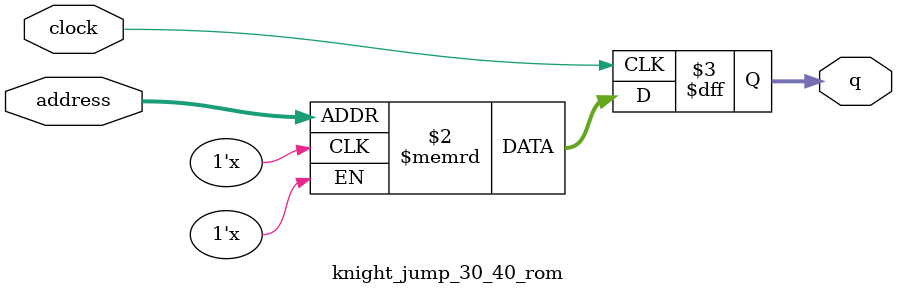
<source format=sv>
module knight_jump_30_40_rom (
	input logic clock,
	input logic [10:0] address,
	output logic [2:0] q
);

logic [2:0] memory [0:1199] /* synthesis ram_init_file = "./knight_jump_30_40/knight_jump_30_40.mif" */;

always_ff @ (posedge clock) begin
	q <= memory[address];
end

endmodule

</source>
